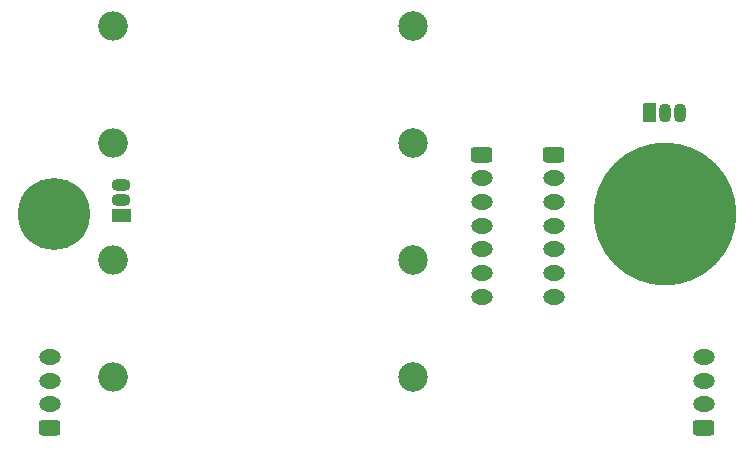
<source format=gbr>
%TF.GenerationSoftware,KiCad,Pcbnew,(5.1.9)-1*%
%TF.CreationDate,2021-03-01T17:33:48+01:00*%
%TF.ProjectId,mod_cell_0_02,6d6f645f-6365-46c6-9c5f-305f30322e6b,0.02*%
%TF.SameCoordinates,Original*%
%TF.FileFunction,Soldermask,Bot*%
%TF.FilePolarity,Negative*%
%FSLAX46Y46*%
G04 Gerber Fmt 4.6, Leading zero omitted, Abs format (unit mm)*
G04 Created by KiCad (PCBNEW (5.1.9)-1) date 2021-03-01 17:33:48*
%MOMM*%
%LPD*%
G01*
G04 APERTURE LIST*
%ADD10C,2.500000*%
%ADD11O,2.500000X2.500000*%
%ADD12C,0.900000*%
%ADD13C,12.100000*%
%ADD14C,6.100000*%
%ADD15O,1.850000X1.300000*%
%ADD16O,1.100000X1.600000*%
%ADD17O,1.600000X1.100000*%
G04 APERTURE END LIST*
D10*
%TO.C,R12*%
X152146000Y-102100380D03*
D11*
X126746000Y-102100380D03*
%TD*%
D12*
%TO.C,J3*%
X176482000Y-95450000D03*
X170232000Y-95450000D03*
X170232000Y-100700000D03*
X177232000Y-94700000D03*
X169482000Y-101450000D03*
X169482000Y-94700000D03*
X177232000Y-101450000D03*
X176482000Y-100700000D03*
X169482000Y-98200000D03*
X173482000Y-93200000D03*
X173482000Y-94200000D03*
X173482000Y-103200000D03*
X173482000Y-102200000D03*
X178482000Y-98200000D03*
X177482000Y-98200000D03*
X168482000Y-98200000D03*
D13*
X173482000Y-98200000D03*
%TD*%
D14*
%TO.C,J6*%
X121787920Y-98200000D03*
%TD*%
%TO.C,J5*%
G36*
G01*
X157333832Y-92568000D02*
X158642168Y-92568000D01*
G75*
G02*
X158913000Y-92838832I0J-270832D01*
G01*
X158913000Y-93597168D01*
G75*
G02*
X158642168Y-93868000I-270832J0D01*
G01*
X157333832Y-93868000D01*
G75*
G02*
X157063000Y-93597168I0J270832D01*
G01*
X157063000Y-92838832D01*
G75*
G02*
X157333832Y-92568000I270832J0D01*
G01*
G37*
D15*
X157988000Y-95218000D03*
X157988000Y-97218000D03*
X157988000Y-99218000D03*
X157988000Y-101218000D03*
X157988000Y-103218000D03*
X157988000Y-105218000D03*
%TD*%
%TO.C,J2*%
X176784000Y-110332000D03*
X176784000Y-112332000D03*
X176784000Y-114332000D03*
G36*
G01*
X177438168Y-116982000D02*
X176129832Y-116982000D01*
G75*
G02*
X175859000Y-116711168I0J270832D01*
G01*
X175859000Y-115952832D01*
G75*
G02*
X176129832Y-115682000I270832J0D01*
G01*
X177438168Y-115682000D01*
G75*
G02*
X177709000Y-115952832I0J-270832D01*
G01*
X177709000Y-116711168D01*
G75*
G02*
X177438168Y-116982000I-270832J0D01*
G01*
G37*
%TD*%
%TO.C,J1*%
X121412000Y-110332000D03*
X121412000Y-112332000D03*
X121412000Y-114332000D03*
G36*
G01*
X122066168Y-116982000D02*
X120757832Y-116982000D01*
G75*
G02*
X120487000Y-116711168I0J270832D01*
G01*
X120487000Y-115952832D01*
G75*
G02*
X120757832Y-115682000I270832J0D01*
G01*
X122066168Y-115682000D01*
G75*
G02*
X122337000Y-115952832I0J-270832D01*
G01*
X122337000Y-116711168D01*
G75*
G02*
X122066168Y-116982000I-270832J0D01*
G01*
G37*
%TD*%
%TO.C,J4*%
X164084000Y-105218000D03*
X164084000Y-103218000D03*
X164084000Y-101218000D03*
X164084000Y-99218000D03*
X164084000Y-97218000D03*
X164084000Y-95218000D03*
G36*
G01*
X163429832Y-92568000D02*
X164738168Y-92568000D01*
G75*
G02*
X165009000Y-92838832I0J-270832D01*
G01*
X165009000Y-93597168D01*
G75*
G02*
X164738168Y-93868000I-270832J0D01*
G01*
X163429832Y-93868000D01*
G75*
G02*
X163159000Y-93597168I0J270832D01*
G01*
X163159000Y-92838832D01*
G75*
G02*
X163429832Y-92568000I270832J0D01*
G01*
G37*
%TD*%
D11*
%TO.C,R10*%
X126746000Y-82296000D03*
D10*
X152146000Y-82296000D03*
%TD*%
%TO.C,R11*%
X152146000Y-92202000D03*
D11*
X126746000Y-92202000D03*
%TD*%
%TO.C,R13*%
X126746000Y-112014000D03*
D10*
X152146000Y-112014000D03*
%TD*%
D16*
%TO.C,U1*%
X173482000Y-89662000D03*
X174752000Y-89662000D03*
G36*
G01*
X172762000Y-88912000D02*
X172762000Y-90412000D01*
G75*
G02*
X172712000Y-90462000I-50000J0D01*
G01*
X171712000Y-90462000D01*
G75*
G02*
X171662000Y-90412000I0J50000D01*
G01*
X171662000Y-88912000D01*
G75*
G02*
X171712000Y-88862000I50000J0D01*
G01*
X172712000Y-88862000D01*
G75*
G02*
X172762000Y-88912000I0J-50000D01*
G01*
G37*
%TD*%
%TO.C,U2*%
G36*
G01*
X126740220Y-97796260D02*
X128240220Y-97796260D01*
G75*
G02*
X128290220Y-97846260I0J-50000D01*
G01*
X128290220Y-98846260D01*
G75*
G02*
X128240220Y-98896260I-50000J0D01*
G01*
X126740220Y-98896260D01*
G75*
G02*
X126690220Y-98846260I0J50000D01*
G01*
X126690220Y-97846260D01*
G75*
G02*
X126740220Y-97796260I50000J0D01*
G01*
G37*
D17*
X127490220Y-95806260D03*
X127490220Y-97076260D03*
%TD*%
M02*

</source>
